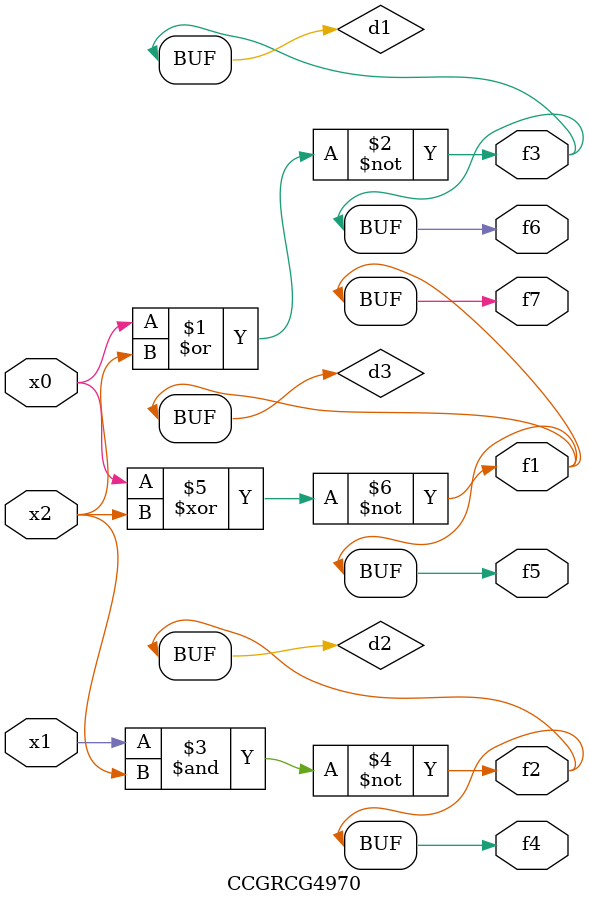
<source format=v>
module CCGRCG4970(
	input x0, x1, x2,
	output f1, f2, f3, f4, f5, f6, f7
);

	wire d1, d2, d3;

	nor (d1, x0, x2);
	nand (d2, x1, x2);
	xnor (d3, x0, x2);
	assign f1 = d3;
	assign f2 = d2;
	assign f3 = d1;
	assign f4 = d2;
	assign f5 = d3;
	assign f6 = d1;
	assign f7 = d3;
endmodule

</source>
